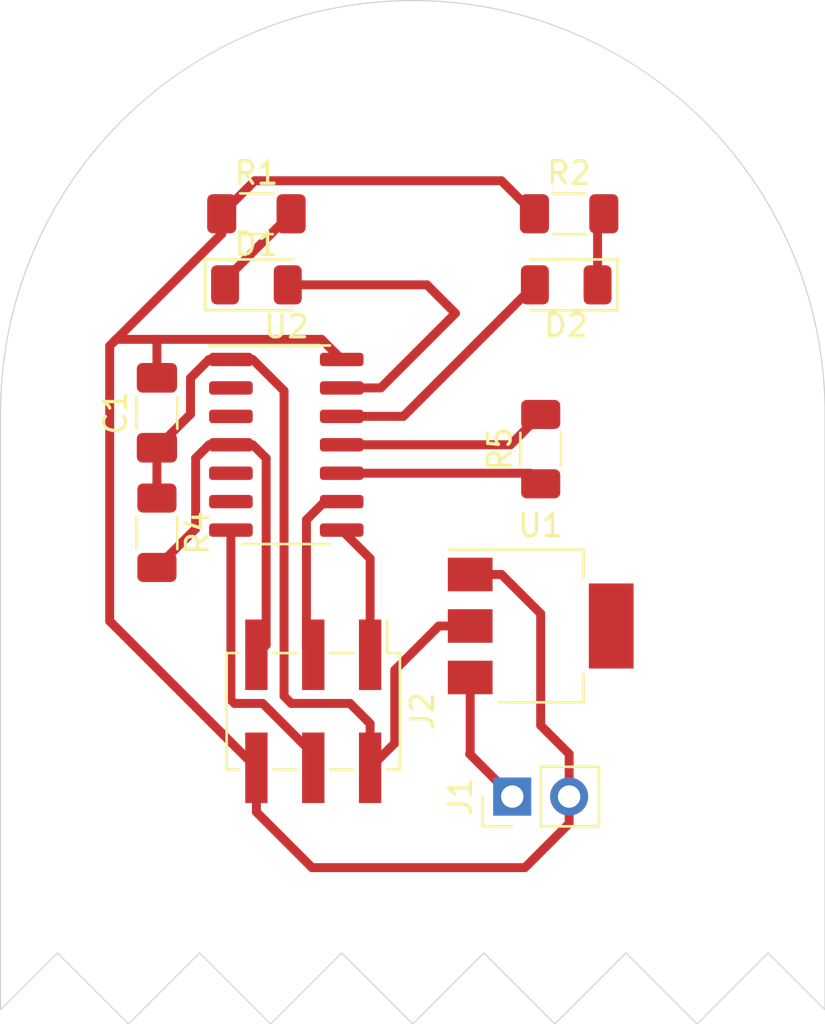
<source format=kicad_pcb>
(kicad_pcb (version 20171130) (host pcbnew "(5.1.10-1-10_14)")

  (general
    (thickness 1.6)
    (drawings 15)
    (tracks 80)
    (zones 0)
    (modules 11)
    (nets 19)
  )

  (page A4)
  (layers
    (0 F.Cu signal)
    (31 B.Cu signal)
    (32 B.Adhes user)
    (33 F.Adhes user)
    (34 B.Paste user)
    (35 F.Paste user)
    (36 B.SilkS user)
    (37 F.SilkS user)
    (38 B.Mask user)
    (39 F.Mask user)
    (40 Dwgs.User user)
    (41 Cmts.User user)
    (42 Eco1.User user)
    (43 Eco2.User user)
    (44 Edge.Cuts user)
    (45 Margin user)
    (46 B.CrtYd user)
    (47 F.CrtYd user)
    (48 B.Fab user)
    (49 F.Fab user)
  )

  (setup
    (last_trace_width 0.4)
    (trace_clearance 0.4)
    (zone_clearance 0.508)
    (zone_45_only no)
    (trace_min 0.2)
    (via_size 1.2)
    (via_drill 0.8)
    (via_min_size 0.4)
    (via_min_drill 0.3)
    (uvia_size 0.3)
    (uvia_drill 0.1)
    (uvias_allowed no)
    (uvia_min_size 0.2)
    (uvia_min_drill 0.1)
    (edge_width 0.05)
    (segment_width 0.2)
    (pcb_text_width 0.3)
    (pcb_text_size 1.5 1.5)
    (mod_edge_width 0.12)
    (mod_text_size 1 1)
    (mod_text_width 0.15)
    (pad_size 0.01 0.01)
    (pad_drill 0)
    (pad_to_mask_clearance 0)
    (solder_mask_min_width 0.25)
    (aux_axis_origin 0 0)
    (visible_elements 7FFFFFFF)
    (pcbplotparams
      (layerselection 0x01000_7fffffff)
      (usegerberextensions false)
      (usegerberattributes true)
      (usegerberadvancedattributes true)
      (creategerberjobfile true)
      (excludeedgelayer true)
      (linewidth 0.100000)
      (plotframeref false)
      (viasonmask false)
      (mode 1)
      (useauxorigin false)
      (hpglpennumber 1)
      (hpglpenspeed 20)
      (hpglpendiameter 15.000000)
      (psnegative false)
      (psa4output false)
      (plotreference true)
      (plotvalue true)
      (plotinvisibletext false)
      (padsonsilk false)
      (subtractmaskfromsilk false)
      (outputformat 1)
      (mirror false)
      (drillshape 0)
      (scaleselection 1)
      (outputdirectory ""))
  )

  (net 0 "")
  (net 1 GND)
  (net 2 +9V)
  (net 3 /MISO)
  (net 4 VCC)
  (net 5 /SCK)
  (net 6 /MOSI)
  (net 7 /RESET)
  (net 8 "Net-(U2-Pad2)")
  (net 9 "Net-(U2-Pad3)")
  (net 10 "Net-(U2-Pad5)")
  (net 11 "Net-(D1-Pad1)")
  (net 12 "Net-(D1-Pad2)")
  (net 13 "Net-(D2-Pad2)")
  (net 14 "Net-(D2-Pad1)")
  (net 15 /Touch)
  (net 16 "Net-(U1-Pad4)")
  (net 17 /Send)
  (net 18 "Net-(U2-Pad6)")

  (net_class Default "This is the default net class."
    (clearance 0.4)
    (trace_width 0.4)
    (via_dia 1.2)
    (via_drill 0.8)
    (uvia_dia 0.3)
    (uvia_drill 0.1)
    (add_net +9V)
    (add_net /MISO)
    (add_net /MOSI)
    (add_net /RESET)
    (add_net /SCK)
    (add_net /Send)
    (add_net /Touch)
    (add_net GND)
    (add_net "Net-(D1-Pad1)")
    (add_net "Net-(D1-Pad2)")
    (add_net "Net-(D2-Pad1)")
    (add_net "Net-(D2-Pad2)")
    (add_net "Net-(U1-Pad4)")
    (add_net "Net-(U2-Pad2)")
    (add_net "Net-(U2-Pad3)")
    (add_net "Net-(U2-Pad5)")
    (add_net "Net-(U2-Pad6)")
    (add_net VCC)
  )

  (module Connector_PinHeader_2.54mm:PinHeader_2x03_P2.54mm_Vertical_SMD (layer F.Cu) (tedit 59FED5CC) (tstamp 618B14AE)
    (at 173.99 128.27 270)
    (descr "surface-mounted straight pin header, 2x03, 2.54mm pitch, double rows")
    (tags "Surface mounted pin header SMD 2x03 2.54mm double row")
    (path /61812338)
    (attr smd)
    (fp_text reference J2 (at 0 -4.87 90) (layer F.SilkS)
      (effects (font (size 1 1) (thickness 0.15)))
    )
    (fp_text value AVR-ISP-6 (at 0 4.87 90) (layer F.Fab)
      (effects (font (size 1 1) (thickness 0.15)))
    )
    (fp_line (start 5.9 -4.35) (end -5.9 -4.35) (layer F.CrtYd) (width 0.05))
    (fp_line (start 5.9 4.35) (end 5.9 -4.35) (layer F.CrtYd) (width 0.05))
    (fp_line (start -5.9 4.35) (end 5.9 4.35) (layer F.CrtYd) (width 0.05))
    (fp_line (start -5.9 -4.35) (end -5.9 4.35) (layer F.CrtYd) (width 0.05))
    (fp_line (start 2.6 0.76) (end 2.6 1.78) (layer F.SilkS) (width 0.12))
    (fp_line (start -2.6 0.76) (end -2.6 1.78) (layer F.SilkS) (width 0.12))
    (fp_line (start 2.6 -1.78) (end 2.6 -0.76) (layer F.SilkS) (width 0.12))
    (fp_line (start -2.6 -1.78) (end -2.6 -0.76) (layer F.SilkS) (width 0.12))
    (fp_line (start 2.6 3.3) (end 2.6 3.87) (layer F.SilkS) (width 0.12))
    (fp_line (start -2.6 3.3) (end -2.6 3.87) (layer F.SilkS) (width 0.12))
    (fp_line (start 2.6 -3.87) (end 2.6 -3.3) (layer F.SilkS) (width 0.12))
    (fp_line (start -2.6 -3.87) (end -2.6 -3.3) (layer F.SilkS) (width 0.12))
    (fp_line (start -4.04 -3.3) (end -2.6 -3.3) (layer F.SilkS) (width 0.12))
    (fp_line (start -2.6 3.87) (end 2.6 3.87) (layer F.SilkS) (width 0.12))
    (fp_line (start -2.6 -3.87) (end 2.6 -3.87) (layer F.SilkS) (width 0.12))
    (fp_line (start 3.6 2.86) (end 2.54 2.86) (layer F.Fab) (width 0.1))
    (fp_line (start 3.6 2.22) (end 3.6 2.86) (layer F.Fab) (width 0.1))
    (fp_line (start 2.54 2.22) (end 3.6 2.22) (layer F.Fab) (width 0.1))
    (fp_line (start -3.6 2.86) (end -2.54 2.86) (layer F.Fab) (width 0.1))
    (fp_line (start -3.6 2.22) (end -3.6 2.86) (layer F.Fab) (width 0.1))
    (fp_line (start -2.54 2.22) (end -3.6 2.22) (layer F.Fab) (width 0.1))
    (fp_line (start 3.6 0.32) (end 2.54 0.32) (layer F.Fab) (width 0.1))
    (fp_line (start 3.6 -0.32) (end 3.6 0.32) (layer F.Fab) (width 0.1))
    (fp_line (start 2.54 -0.32) (end 3.6 -0.32) (layer F.Fab) (width 0.1))
    (fp_line (start -3.6 0.32) (end -2.54 0.32) (layer F.Fab) (width 0.1))
    (fp_line (start -3.6 -0.32) (end -3.6 0.32) (layer F.Fab) (width 0.1))
    (fp_line (start -2.54 -0.32) (end -3.6 -0.32) (layer F.Fab) (width 0.1))
    (fp_line (start 3.6 -2.22) (end 2.54 -2.22) (layer F.Fab) (width 0.1))
    (fp_line (start 3.6 -2.86) (end 3.6 -2.22) (layer F.Fab) (width 0.1))
    (fp_line (start 2.54 -2.86) (end 3.6 -2.86) (layer F.Fab) (width 0.1))
    (fp_line (start -3.6 -2.22) (end -2.54 -2.22) (layer F.Fab) (width 0.1))
    (fp_line (start -3.6 -2.86) (end -3.6 -2.22) (layer F.Fab) (width 0.1))
    (fp_line (start -2.54 -2.86) (end -3.6 -2.86) (layer F.Fab) (width 0.1))
    (fp_line (start 2.54 -3.81) (end 2.54 3.81) (layer F.Fab) (width 0.1))
    (fp_line (start -2.54 -2.86) (end -1.59 -3.81) (layer F.Fab) (width 0.1))
    (fp_line (start -2.54 3.81) (end -2.54 -2.86) (layer F.Fab) (width 0.1))
    (fp_line (start -1.59 -3.81) (end 2.54 -3.81) (layer F.Fab) (width 0.1))
    (fp_line (start 2.54 3.81) (end -2.54 3.81) (layer F.Fab) (width 0.1))
    (fp_text user %R (at 0 0) (layer F.Fab)
      (effects (font (size 1 1) (thickness 0.15)))
    )
    (pad 1 smd rect (at -2.525 -2.54 270) (size 3.15 1) (layers F.Cu F.Paste F.Mask)
      (net 3 /MISO))
    (pad 2 smd rect (at 2.525 -2.54 270) (size 3.15 1) (layers F.Cu F.Paste F.Mask)
      (net 4 VCC))
    (pad 3 smd rect (at -2.525 0 270) (size 3.15 1) (layers F.Cu F.Paste F.Mask)
      (net 5 /SCK))
    (pad 4 smd rect (at 2.525 0 270) (size 3.15 1) (layers F.Cu F.Paste F.Mask)
      (net 6 /MOSI))
    (pad 5 smd rect (at -2.525 2.54 270) (size 3.15 1) (layers F.Cu F.Paste F.Mask)
      (net 7 /RESET))
    (pad 6 smd rect (at 2.525 2.54 270) (size 3.15 1) (layers F.Cu F.Paste F.Mask)
      (net 1 GND))
    (model ${KISYS3DMOD}/Connector_PinHeader_2.54mm.3dshapes/PinHeader_2x03_P2.54mm_Vertical_SMD.wrl
      (at (xyz 0 0 0))
      (scale (xyz 1 1 1))
      (rotate (xyz 0 0 0))
    )
  )

  (module Capacitor_SMD:C_1206_3216Metric_Pad1.33x1.80mm_HandSolder (layer F.Cu) (tedit 5F68FEEF) (tstamp 618B1441)
    (at 167.005 114.935 90)
    (descr "Capacitor SMD 1206 (3216 Metric), square (rectangular) end terminal, IPC_7351 nominal with elongated pad for handsoldering. (Body size source: IPC-SM-782 page 76, https://www.pcb-3d.com/wordpress/wp-content/uploads/ipc-sm-782a_amendment_1_and_2.pdf), generated with kicad-footprint-generator")
    (tags "capacitor handsolder")
    (path /618C6C0C)
    (attr smd)
    (fp_text reference C1 (at 0 -1.85 90) (layer F.SilkS)
      (effects (font (size 1 1) (thickness 0.15)))
    )
    (fp_text value "4.7 uF" (at 0 1.85 90) (layer F.Fab)
      (effects (font (size 1 1) (thickness 0.15)))
    )
    (fp_line (start 2.48 1.15) (end -2.48 1.15) (layer F.CrtYd) (width 0.05))
    (fp_line (start 2.48 -1.15) (end 2.48 1.15) (layer F.CrtYd) (width 0.05))
    (fp_line (start -2.48 -1.15) (end 2.48 -1.15) (layer F.CrtYd) (width 0.05))
    (fp_line (start -2.48 1.15) (end -2.48 -1.15) (layer F.CrtYd) (width 0.05))
    (fp_line (start -0.711252 0.91) (end 0.711252 0.91) (layer F.SilkS) (width 0.12))
    (fp_line (start -0.711252 -0.91) (end 0.711252 -0.91) (layer F.SilkS) (width 0.12))
    (fp_line (start 1.6 0.8) (end -1.6 0.8) (layer F.Fab) (width 0.1))
    (fp_line (start 1.6 -0.8) (end 1.6 0.8) (layer F.Fab) (width 0.1))
    (fp_line (start -1.6 -0.8) (end 1.6 -0.8) (layer F.Fab) (width 0.1))
    (fp_line (start -1.6 0.8) (end -1.6 -0.8) (layer F.Fab) (width 0.1))
    (fp_text user %R (at 0 0 90) (layer F.Fab)
      (effects (font (size 0.8 0.8) (thickness 0.12)))
    )
    (pad 1 smd roundrect (at -1.5625 0 90) (size 1.325 1.8) (layers F.Cu F.Paste F.Mask) (roundrect_rratio 0.188679)
      (net 4 VCC))
    (pad 2 smd roundrect (at 1.5625 0 90) (size 1.325 1.8) (layers F.Cu F.Paste F.Mask) (roundrect_rratio 0.188679)
      (net 1 GND))
    (model ${KISYS3DMOD}/Capacitor_SMD.3dshapes/C_1206_3216Metric.wrl
      (at (xyz 0 0 0))
      (scale (xyz 1 1 1))
      (rotate (xyz 0 0 0))
    )
  )

  (module LED_SMD:LED_1206_3216Metric (layer F.Cu) (tedit 5F68FEF1) (tstamp 618B1454)
    (at 171.45 109.22)
    (descr "LED SMD 1206 (3216 Metric), square (rectangular) end terminal, IPC_7351 nominal, (Body size source: http://www.tortai-tech.com/upload/download/2011102023233369053.pdf), generated with kicad-footprint-generator")
    (tags LED)
    (path /618D4F48)
    (attr smd)
    (fp_text reference D1 (at 0 -1.82) (layer F.SilkS)
      (effects (font (size 1 1) (thickness 0.15)))
    )
    (fp_text value LED (at 0 1.82) (layer F.Fab)
      (effects (font (size 1 1) (thickness 0.15)))
    )
    (fp_line (start 1.6 -0.8) (end -1.2 -0.8) (layer F.Fab) (width 0.1))
    (fp_line (start -1.2 -0.8) (end -1.6 -0.4) (layer F.Fab) (width 0.1))
    (fp_line (start -1.6 -0.4) (end -1.6 0.8) (layer F.Fab) (width 0.1))
    (fp_line (start -1.6 0.8) (end 1.6 0.8) (layer F.Fab) (width 0.1))
    (fp_line (start 1.6 0.8) (end 1.6 -0.8) (layer F.Fab) (width 0.1))
    (fp_line (start 1.6 -1.135) (end -2.285 -1.135) (layer F.SilkS) (width 0.12))
    (fp_line (start -2.285 -1.135) (end -2.285 1.135) (layer F.SilkS) (width 0.12))
    (fp_line (start -2.285 1.135) (end 1.6 1.135) (layer F.SilkS) (width 0.12))
    (fp_line (start -2.28 1.12) (end -2.28 -1.12) (layer F.CrtYd) (width 0.05))
    (fp_line (start -2.28 -1.12) (end 2.28 -1.12) (layer F.CrtYd) (width 0.05))
    (fp_line (start 2.28 -1.12) (end 2.28 1.12) (layer F.CrtYd) (width 0.05))
    (fp_line (start 2.28 1.12) (end -2.28 1.12) (layer F.CrtYd) (width 0.05))
    (fp_text user %R (at 0 0) (layer F.Fab)
      (effects (font (size 0.8 0.8) (thickness 0.12)))
    )
    (pad 2 smd roundrect (at 1.4 0) (size 1.25 1.75) (layers F.Cu F.Paste F.Mask) (roundrect_rratio 0.2)
      (net 12 "Net-(D1-Pad2)"))
    (pad 1 smd roundrect (at -1.4 0) (size 1.25 1.75) (layers F.Cu F.Paste F.Mask) (roundrect_rratio 0.2)
      (net 11 "Net-(D1-Pad1)"))
    (model ${KISYS3DMOD}/LED_SMD.3dshapes/LED_1206_3216Metric.wrl
      (at (xyz 0 0 0))
      (scale (xyz 1 1 1))
      (rotate (xyz 0 0 0))
    )
  )

  (module LED_SMD:LED_1206_3216Metric (layer F.Cu) (tedit 5F68FEF1) (tstamp 618B1467)
    (at 185.29 109.22 180)
    (descr "LED SMD 1206 (3216 Metric), square (rectangular) end terminal, IPC_7351 nominal, (Body size source: http://www.tortai-tech.com/upload/download/2011102023233369053.pdf), generated with kicad-footprint-generator")
    (tags LED)
    (path /61816D9D)
    (attr smd)
    (fp_text reference D2 (at 0 -1.82) (layer F.SilkS)
      (effects (font (size 1 1) (thickness 0.15)))
    )
    (fp_text value LED (at 0 1.82) (layer F.Fab)
      (effects (font (size 1 1) (thickness 0.15)))
    )
    (fp_line (start 2.28 1.12) (end -2.28 1.12) (layer F.CrtYd) (width 0.05))
    (fp_line (start 2.28 -1.12) (end 2.28 1.12) (layer F.CrtYd) (width 0.05))
    (fp_line (start -2.28 -1.12) (end 2.28 -1.12) (layer F.CrtYd) (width 0.05))
    (fp_line (start -2.28 1.12) (end -2.28 -1.12) (layer F.CrtYd) (width 0.05))
    (fp_line (start -2.285 1.135) (end 1.6 1.135) (layer F.SilkS) (width 0.12))
    (fp_line (start -2.285 -1.135) (end -2.285 1.135) (layer F.SilkS) (width 0.12))
    (fp_line (start 1.6 -1.135) (end -2.285 -1.135) (layer F.SilkS) (width 0.12))
    (fp_line (start 1.6 0.8) (end 1.6 -0.8) (layer F.Fab) (width 0.1))
    (fp_line (start -1.6 0.8) (end 1.6 0.8) (layer F.Fab) (width 0.1))
    (fp_line (start -1.6 -0.4) (end -1.6 0.8) (layer F.Fab) (width 0.1))
    (fp_line (start -1.2 -0.8) (end -1.6 -0.4) (layer F.Fab) (width 0.1))
    (fp_line (start 1.6 -0.8) (end -1.2 -0.8) (layer F.Fab) (width 0.1))
    (fp_text user %R (at 0 0 180) (layer F.Fab)
      (effects (font (size 0.8 0.8) (thickness 0.12)))
    )
    (pad 1 smd roundrect (at -1.4 0 180) (size 1.25 1.75) (layers F.Cu F.Paste F.Mask) (roundrect_rratio 0.2)
      (net 14 "Net-(D2-Pad1)"))
    (pad 2 smd roundrect (at 1.4 0 180) (size 1.25 1.75) (layers F.Cu F.Paste F.Mask) (roundrect_rratio 0.2)
      (net 13 "Net-(D2-Pad2)"))
    (model ${KISYS3DMOD}/LED_SMD.3dshapes/LED_1206_3216Metric.wrl
      (at (xyz 0 0 0))
      (scale (xyz 1 1 1))
      (rotate (xyz 0 0 0))
    )
  )

  (module Resistor_SMD:R_1206_3216Metric_Pad1.30x1.75mm_HandSolder (layer F.Cu) (tedit 5F68FEEE) (tstamp 618B14BF)
    (at 171.45 106.045)
    (descr "Resistor SMD 1206 (3216 Metric), square (rectangular) end terminal, IPC_7351 nominal with elongated pad for handsoldering. (Body size source: IPC-SM-782 page 72, https://www.pcb-3d.com/wordpress/wp-content/uploads/ipc-sm-782a_amendment_1_and_2.pdf), generated with kicad-footprint-generator")
    (tags "resistor handsolder")
    (path /618D5D17)
    (attr smd)
    (fp_text reference R1 (at 0 -1.82) (layer F.SilkS)
      (effects (font (size 1 1) (thickness 0.15)))
    )
    (fp_text value 1k (at 0 1.82) (layer F.Fab)
      (effects (font (size 1 1) (thickness 0.15)))
    )
    (fp_line (start -1.6 0.8) (end -1.6 -0.8) (layer F.Fab) (width 0.1))
    (fp_line (start -1.6 -0.8) (end 1.6 -0.8) (layer F.Fab) (width 0.1))
    (fp_line (start 1.6 -0.8) (end 1.6 0.8) (layer F.Fab) (width 0.1))
    (fp_line (start 1.6 0.8) (end -1.6 0.8) (layer F.Fab) (width 0.1))
    (fp_line (start -0.727064 -0.91) (end 0.727064 -0.91) (layer F.SilkS) (width 0.12))
    (fp_line (start -0.727064 0.91) (end 0.727064 0.91) (layer F.SilkS) (width 0.12))
    (fp_line (start -2.45 1.12) (end -2.45 -1.12) (layer F.CrtYd) (width 0.05))
    (fp_line (start -2.45 -1.12) (end 2.45 -1.12) (layer F.CrtYd) (width 0.05))
    (fp_line (start 2.45 -1.12) (end 2.45 1.12) (layer F.CrtYd) (width 0.05))
    (fp_line (start 2.45 1.12) (end -2.45 1.12) (layer F.CrtYd) (width 0.05))
    (fp_text user %R (at 0 0) (layer F.Fab)
      (effects (font (size 0.8 0.8) (thickness 0.12)))
    )
    (pad 2 smd roundrect (at 1.55 0) (size 1.3 1.75) (layers F.Cu F.Paste F.Mask) (roundrect_rratio 0.192308)
      (net 11 "Net-(D1-Pad1)"))
    (pad 1 smd roundrect (at -1.55 0) (size 1.3 1.75) (layers F.Cu F.Paste F.Mask) (roundrect_rratio 0.192308)
      (net 1 GND))
    (model ${KISYS3DMOD}/Resistor_SMD.3dshapes/R_1206_3216Metric.wrl
      (at (xyz 0 0 0))
      (scale (xyz 1 1 1))
      (rotate (xyz 0 0 0))
    )
  )

  (module Resistor_SMD:R_1206_3216Metric_Pad1.30x1.75mm_HandSolder (layer F.Cu) (tedit 5F68FEEE) (tstamp 618B14D0)
    (at 185.42 106.045)
    (descr "Resistor SMD 1206 (3216 Metric), square (rectangular) end terminal, IPC_7351 nominal with elongated pad for handsoldering. (Body size source: IPC-SM-782 page 72, https://www.pcb-3d.com/wordpress/wp-content/uploads/ipc-sm-782a_amendment_1_and_2.pdf), generated with kicad-footprint-generator")
    (tags "resistor handsolder")
    (path /6181FB39)
    (attr smd)
    (fp_text reference R2 (at 0 -1.82) (layer F.SilkS)
      (effects (font (size 1 1) (thickness 0.15)))
    )
    (fp_text value 1k (at 0 1.82) (layer F.Fab)
      (effects (font (size 1 1) (thickness 0.15)))
    )
    (fp_line (start 2.45 1.12) (end -2.45 1.12) (layer F.CrtYd) (width 0.05))
    (fp_line (start 2.45 -1.12) (end 2.45 1.12) (layer F.CrtYd) (width 0.05))
    (fp_line (start -2.45 -1.12) (end 2.45 -1.12) (layer F.CrtYd) (width 0.05))
    (fp_line (start -2.45 1.12) (end -2.45 -1.12) (layer F.CrtYd) (width 0.05))
    (fp_line (start -0.727064 0.91) (end 0.727064 0.91) (layer F.SilkS) (width 0.12))
    (fp_line (start -0.727064 -0.91) (end 0.727064 -0.91) (layer F.SilkS) (width 0.12))
    (fp_line (start 1.6 0.8) (end -1.6 0.8) (layer F.Fab) (width 0.1))
    (fp_line (start 1.6 -0.8) (end 1.6 0.8) (layer F.Fab) (width 0.1))
    (fp_line (start -1.6 -0.8) (end 1.6 -0.8) (layer F.Fab) (width 0.1))
    (fp_line (start -1.6 0.8) (end -1.6 -0.8) (layer F.Fab) (width 0.1))
    (fp_text user %R (at 0 0) (layer F.Fab)
      (effects (font (size 0.8 0.8) (thickness 0.12)))
    )
    (pad 1 smd roundrect (at -1.55 0) (size 1.3 1.75) (layers F.Cu F.Paste F.Mask) (roundrect_rratio 0.192308)
      (net 1 GND))
    (pad 2 smd roundrect (at 1.55 0) (size 1.3 1.75) (layers F.Cu F.Paste F.Mask) (roundrect_rratio 0.192308)
      (net 14 "Net-(D2-Pad1)"))
    (model ${KISYS3DMOD}/Resistor_SMD.3dshapes/R_1206_3216Metric.wrl
      (at (xyz 0 0 0))
      (scale (xyz 1 1 1))
      (rotate (xyz 0 0 0))
    )
  )

  (module Resistor_SMD:R_1206_3216Metric_Pad1.30x1.75mm_HandSolder (layer F.Cu) (tedit 5F68FEEE) (tstamp 618B14E1)
    (at 167.005 120.295 270)
    (descr "Resistor SMD 1206 (3216 Metric), square (rectangular) end terminal, IPC_7351 nominal with elongated pad for handsoldering. (Body size source: IPC-SM-782 page 72, https://www.pcb-3d.com/wordpress/wp-content/uploads/ipc-sm-782a_amendment_1_and_2.pdf), generated with kicad-footprint-generator")
    (tags "resistor handsolder")
    (path /61814E9E)
    (attr smd)
    (fp_text reference R4 (at 0 -1.82 90) (layer F.SilkS)
      (effects (font (size 1 1) (thickness 0.15)))
    )
    (fp_text value 10k (at 0 1.82 90) (layer F.Fab)
      (effects (font (size 1 1) (thickness 0.15)))
    )
    (fp_line (start 2.45 1.12) (end -2.45 1.12) (layer F.CrtYd) (width 0.05))
    (fp_line (start 2.45 -1.12) (end 2.45 1.12) (layer F.CrtYd) (width 0.05))
    (fp_line (start -2.45 -1.12) (end 2.45 -1.12) (layer F.CrtYd) (width 0.05))
    (fp_line (start -2.45 1.12) (end -2.45 -1.12) (layer F.CrtYd) (width 0.05))
    (fp_line (start -0.727064 0.91) (end 0.727064 0.91) (layer F.SilkS) (width 0.12))
    (fp_line (start -0.727064 -0.91) (end 0.727064 -0.91) (layer F.SilkS) (width 0.12))
    (fp_line (start 1.6 0.8) (end -1.6 0.8) (layer F.Fab) (width 0.1))
    (fp_line (start 1.6 -0.8) (end 1.6 0.8) (layer F.Fab) (width 0.1))
    (fp_line (start -1.6 -0.8) (end 1.6 -0.8) (layer F.Fab) (width 0.1))
    (fp_line (start -1.6 0.8) (end -1.6 -0.8) (layer F.Fab) (width 0.1))
    (fp_text user %R (at 0 0 90) (layer F.Fab)
      (effects (font (size 0.8 0.8) (thickness 0.12)))
    )
    (pad 1 smd roundrect (at -1.55 0 270) (size 1.3 1.75) (layers F.Cu F.Paste F.Mask) (roundrect_rratio 0.192308)
      (net 4 VCC))
    (pad 2 smd roundrect (at 1.55 0 270) (size 1.3 1.75) (layers F.Cu F.Paste F.Mask) (roundrect_rratio 0.192308)
      (net 7 /RESET))
    (model ${KISYS3DMOD}/Resistor_SMD.3dshapes/R_1206_3216Metric.wrl
      (at (xyz 0 0 0))
      (scale (xyz 1 1 1))
      (rotate (xyz 0 0 0))
    )
  )

  (module Resistor_SMD:R_1206_3216Metric_Pad1.30x1.75mm_HandSolder (layer F.Cu) (tedit 5F68FEEE) (tstamp 618B14F2)
    (at 184.15 116.56 90)
    (descr "Resistor SMD 1206 (3216 Metric), square (rectangular) end terminal, IPC_7351 nominal with elongated pad for handsoldering. (Body size source: IPC-SM-782 page 72, https://www.pcb-3d.com/wordpress/wp-content/uploads/ipc-sm-782a_amendment_1_and_2.pdf), generated with kicad-footprint-generator")
    (tags "resistor handsolder")
    (path /618ED6EF)
    (attr smd)
    (fp_text reference R5 (at 0 -1.82 90) (layer F.SilkS)
      (effects (font (size 1 1) (thickness 0.15)))
    )
    (fp_text value 1M (at 0 1.82 90) (layer F.Fab)
      (effects (font (size 1 1) (thickness 0.15)))
    )
    (fp_line (start -1.6 0.8) (end -1.6 -0.8) (layer F.Fab) (width 0.1))
    (fp_line (start -1.6 -0.8) (end 1.6 -0.8) (layer F.Fab) (width 0.1))
    (fp_line (start 1.6 -0.8) (end 1.6 0.8) (layer F.Fab) (width 0.1))
    (fp_line (start 1.6 0.8) (end -1.6 0.8) (layer F.Fab) (width 0.1))
    (fp_line (start -0.727064 -0.91) (end 0.727064 -0.91) (layer F.SilkS) (width 0.12))
    (fp_line (start -0.727064 0.91) (end 0.727064 0.91) (layer F.SilkS) (width 0.12))
    (fp_line (start -2.45 1.12) (end -2.45 -1.12) (layer F.CrtYd) (width 0.05))
    (fp_line (start -2.45 -1.12) (end 2.45 -1.12) (layer F.CrtYd) (width 0.05))
    (fp_line (start 2.45 -1.12) (end 2.45 1.12) (layer F.CrtYd) (width 0.05))
    (fp_line (start 2.45 1.12) (end -2.45 1.12) (layer F.CrtYd) (width 0.05))
    (fp_text user %R (at 0 0 90) (layer F.Fab)
      (effects (font (size 0.8 0.8) (thickness 0.12)))
    )
    (pad 2 smd roundrect (at 1.55 0 90) (size 1.3 1.75) (layers F.Cu F.Paste F.Mask) (roundrect_rratio 0.192308)
      (net 15 /Touch))
    (pad 1 smd roundrect (at -1.55 0 90) (size 1.3 1.75) (layers F.Cu F.Paste F.Mask) (roundrect_rratio 0.192308)
      (net 17 /Send))
    (model ${KISYS3DMOD}/Resistor_SMD.3dshapes/R_1206_3216Metric.wrl
      (at (xyz 0 0 0))
      (scale (xyz 1 1 1))
      (rotate (xyz 0 0 0))
    )
  )

  (module Package_TO_SOT_SMD:SOT-223 (layer F.Cu) (tedit 5A02FF57) (tstamp 618B1508)
    (at 184.15 124.46)
    (descr "module CMS SOT223 4 pins")
    (tags "CMS SOT")
    (path /618137DB)
    (attr smd)
    (fp_text reference U1 (at 0 -4.5) (layer F.SilkS)
      (effects (font (size 1 1) (thickness 0.15)))
    )
    (fp_text value ZLDO1117 (at 0 4.5) (layer F.Fab)
      (effects (font (size 1 1) (thickness 0.15)))
    )
    (fp_line (start 1.85 -3.35) (end 1.85 3.35) (layer F.Fab) (width 0.1))
    (fp_line (start -1.85 3.35) (end 1.85 3.35) (layer F.Fab) (width 0.1))
    (fp_line (start -4.1 -3.41) (end 1.91 -3.41) (layer F.SilkS) (width 0.12))
    (fp_line (start -0.8 -3.35) (end 1.85 -3.35) (layer F.Fab) (width 0.1))
    (fp_line (start -1.85 3.41) (end 1.91 3.41) (layer F.SilkS) (width 0.12))
    (fp_line (start -1.85 -2.3) (end -1.85 3.35) (layer F.Fab) (width 0.1))
    (fp_line (start -4.4 -3.6) (end -4.4 3.6) (layer F.CrtYd) (width 0.05))
    (fp_line (start -4.4 3.6) (end 4.4 3.6) (layer F.CrtYd) (width 0.05))
    (fp_line (start 4.4 3.6) (end 4.4 -3.6) (layer F.CrtYd) (width 0.05))
    (fp_line (start 4.4 -3.6) (end -4.4 -3.6) (layer F.CrtYd) (width 0.05))
    (fp_line (start 1.91 -3.41) (end 1.91 -2.15) (layer F.SilkS) (width 0.12))
    (fp_line (start 1.91 3.41) (end 1.91 2.15) (layer F.SilkS) (width 0.12))
    (fp_line (start -1.85 -2.3) (end -0.8 -3.35) (layer F.Fab) (width 0.1))
    (fp_text user %R (at 0 0 90) (layer F.Fab)
      (effects (font (size 0.8 0.8) (thickness 0.12)))
    )
    (pad 4 smd rect (at 3.15 0) (size 2 3.8) (layers F.Cu F.Paste F.Mask)
      (net 16 "Net-(U1-Pad4)"))
    (pad 2 smd rect (at -3.15 0) (size 2 1.5) (layers F.Cu F.Paste F.Mask)
      (net 4 VCC))
    (pad 3 smd rect (at -3.15 2.3) (size 2 1.5) (layers F.Cu F.Paste F.Mask)
      (net 2 +9V))
    (pad 1 smd rect (at -3.15 -2.3) (size 2 1.5) (layers F.Cu F.Paste F.Mask)
      (net 1 GND))
    (model ${KISYS3DMOD}/Package_TO_SOT_SMD.3dshapes/SOT-223.wrl
      (at (xyz 0 0 0))
      (scale (xyz 1 1 1))
      (rotate (xyz 0 0 0))
    )
  )

  (module Package_SO:SOIC-14_3.9x8.7mm_P1.27mm (layer F.Cu) (tedit 5D9F72B1) (tstamp 618B1528)
    (at 172.785001 116.365001)
    (descr "SOIC, 14 Pin (JEDEC MS-012AB, https://www.analog.com/media/en/package-pcb-resources/package/pkg_pdf/soic_narrow-r/r_14.pdf), generated with kicad-footprint-generator ipc_gullwing_generator.py")
    (tags "SOIC SO")
    (path /6181189F)
    (attr smd)
    (fp_text reference U2 (at 0 -5.28) (layer F.SilkS)
      (effects (font (size 1 1) (thickness 0.15)))
    )
    (fp_text value ATtiny44A-SSU (at 0 5.28) (layer F.Fab)
      (effects (font (size 1 1) (thickness 0.15)))
    )
    (fp_line (start 3.7 -4.58) (end -3.7 -4.58) (layer F.CrtYd) (width 0.05))
    (fp_line (start 3.7 4.58) (end 3.7 -4.58) (layer F.CrtYd) (width 0.05))
    (fp_line (start -3.7 4.58) (end 3.7 4.58) (layer F.CrtYd) (width 0.05))
    (fp_line (start -3.7 -4.58) (end -3.7 4.58) (layer F.CrtYd) (width 0.05))
    (fp_line (start -1.95 -3.35) (end -0.975 -4.325) (layer F.Fab) (width 0.1))
    (fp_line (start -1.95 4.325) (end -1.95 -3.35) (layer F.Fab) (width 0.1))
    (fp_line (start 1.95 4.325) (end -1.95 4.325) (layer F.Fab) (width 0.1))
    (fp_line (start 1.95 -4.325) (end 1.95 4.325) (layer F.Fab) (width 0.1))
    (fp_line (start -0.975 -4.325) (end 1.95 -4.325) (layer F.Fab) (width 0.1))
    (fp_line (start 0 -4.435) (end -3.45 -4.435) (layer F.SilkS) (width 0.12))
    (fp_line (start 0 -4.435) (end 1.95 -4.435) (layer F.SilkS) (width 0.12))
    (fp_line (start 0 4.435) (end -1.95 4.435) (layer F.SilkS) (width 0.12))
    (fp_line (start 0 4.435) (end 1.95 4.435) (layer F.SilkS) (width 0.12))
    (fp_text user %R (at 0 0) (layer F.Fab)
      (effects (font (size 0.98 0.98) (thickness 0.15)))
    )
    (pad 1 smd roundrect (at -2.475 -3.81) (size 1.95 0.6) (layers F.Cu F.Paste F.Mask) (roundrect_rratio 0.25)
      (net 4 VCC))
    (pad 2 smd roundrect (at -2.475 -2.54) (size 1.95 0.6) (layers F.Cu F.Paste F.Mask) (roundrect_rratio 0.25)
      (net 8 "Net-(U2-Pad2)"))
    (pad 3 smd roundrect (at -2.475 -1.27) (size 1.95 0.6) (layers F.Cu F.Paste F.Mask) (roundrect_rratio 0.25)
      (net 9 "Net-(U2-Pad3)"))
    (pad 4 smd roundrect (at -2.475 0) (size 1.95 0.6) (layers F.Cu F.Paste F.Mask) (roundrect_rratio 0.25)
      (net 7 /RESET))
    (pad 5 smd roundrect (at -2.475 1.27) (size 1.95 0.6) (layers F.Cu F.Paste F.Mask) (roundrect_rratio 0.25)
      (net 10 "Net-(U2-Pad5)"))
    (pad 6 smd roundrect (at -2.475 2.54) (size 1.95 0.6) (layers F.Cu F.Paste F.Mask) (roundrect_rratio 0.25)
      (net 18 "Net-(U2-Pad6)"))
    (pad 7 smd roundrect (at -2.475 3.81) (size 1.95 0.6) (layers F.Cu F.Paste F.Mask) (roundrect_rratio 0.25)
      (net 6 /MOSI))
    (pad 8 smd roundrect (at 2.475 3.81) (size 1.95 0.6) (layers F.Cu F.Paste F.Mask) (roundrect_rratio 0.25)
      (net 3 /MISO))
    (pad 9 smd roundrect (at 2.475 2.54) (size 1.95 0.6) (layers F.Cu F.Paste F.Mask) (roundrect_rratio 0.25)
      (net 5 /SCK))
    (pad 10 smd roundrect (at 2.475 1.27) (size 1.95 0.6) (layers F.Cu F.Paste F.Mask) (roundrect_rratio 0.25)
      (net 17 /Send))
    (pad 11 smd roundrect (at 2.475 0) (size 1.95 0.6) (layers F.Cu F.Paste F.Mask) (roundrect_rratio 0.25)
      (net 15 /Touch))
    (pad 12 smd roundrect (at 2.475 -1.27) (size 1.95 0.6) (layers F.Cu F.Paste F.Mask) (roundrect_rratio 0.25)
      (net 13 "Net-(D2-Pad2)"))
    (pad 13 smd roundrect (at 2.475 -2.54) (size 1.95 0.6) (layers F.Cu F.Paste F.Mask) (roundrect_rratio 0.25)
      (net 12 "Net-(D1-Pad2)"))
    (pad 14 smd roundrect (at 2.475 -3.81) (size 1.95 0.6) (layers F.Cu F.Paste F.Mask) (roundrect_rratio 0.25)
      (net 1 GND))
    (model ${KISYS3DMOD}/Package_SO.3dshapes/SOIC-14_3.9x8.7mm_P1.27mm.wrl
      (at (xyz 0 0 0))
      (scale (xyz 1 1 1))
      (rotate (xyz 0 0 0))
    )
  )

  (module Connector_PinHeader_2.54mm:PinHeader_1x02_P2.54mm_Vertical (layer F.Cu) (tedit 59FED5CC) (tstamp 618EA528)
    (at 182.88 132.08 90)
    (descr "Through hole straight pin header, 1x02, 2.54mm pitch, single row")
    (tags "Through hole pin header THT 1x02 2.54mm single row")
    (path /61824F8C)
    (fp_text reference J1 (at 0 -2.33 90) (layer F.SilkS)
      (effects (font (size 1 1) (thickness 0.15)))
    )
    (fp_text value Conn_01x02_Male (at 0 4.87 90) (layer F.Fab)
      (effects (font (size 1 1) (thickness 0.15)))
    )
    (fp_line (start 1.8 -1.8) (end -1.8 -1.8) (layer F.CrtYd) (width 0.05))
    (fp_line (start 1.8 4.35) (end 1.8 -1.8) (layer F.CrtYd) (width 0.05))
    (fp_line (start -1.8 4.35) (end 1.8 4.35) (layer F.CrtYd) (width 0.05))
    (fp_line (start -1.8 -1.8) (end -1.8 4.35) (layer F.CrtYd) (width 0.05))
    (fp_line (start -1.33 -1.33) (end 0 -1.33) (layer F.SilkS) (width 0.12))
    (fp_line (start -1.33 0) (end -1.33 -1.33) (layer F.SilkS) (width 0.12))
    (fp_line (start -1.33 1.27) (end 1.33 1.27) (layer F.SilkS) (width 0.12))
    (fp_line (start 1.33 1.27) (end 1.33 3.87) (layer F.SilkS) (width 0.12))
    (fp_line (start -1.33 1.27) (end -1.33 3.87) (layer F.SilkS) (width 0.12))
    (fp_line (start -1.33 3.87) (end 1.33 3.87) (layer F.SilkS) (width 0.12))
    (fp_line (start -1.27 -0.635) (end -0.635 -1.27) (layer F.Fab) (width 0.1))
    (fp_line (start -1.27 3.81) (end -1.27 -0.635) (layer F.Fab) (width 0.1))
    (fp_line (start 1.27 3.81) (end -1.27 3.81) (layer F.Fab) (width 0.1))
    (fp_line (start 1.27 -1.27) (end 1.27 3.81) (layer F.Fab) (width 0.1))
    (fp_line (start -0.635 -1.27) (end 1.27 -1.27) (layer F.Fab) (width 0.1))
    (fp_text user %R (at 0 1.27) (layer F.Fab)
      (effects (font (size 1 1) (thickness 0.15)))
    )
    (pad 1 thru_hole rect (at 0 0 90) (size 1.7 1.7) (drill 1) (layers *.Cu *.Mask)
      (net 2 +9V))
    (pad 2 thru_hole oval (at 0 2.54 90) (size 1.7 1.7) (drill 1) (layers *.Cu *.Mask)
      (net 1 GND))
    (model ${KISYS3DMOD}/Connector_PinHeader_2.54mm.3dshapes/PinHeader_1x02_P2.54mm_Vertical.wrl
      (at (xyz 0 0 0))
      (scale (xyz 1 1 1))
      (rotate (xyz 0 0 0))
    )
  )

  (gr_arc (start 178.435 114.935) (end 196.85 114.935) (angle -180) (layer Edge.Cuts) (width 0.05))
  (gr_line (start 196.85 141.605) (end 196.85 114.935) (layer Edge.Cuts) (width 0.05))
  (gr_line (start 194.31 139.065) (end 196.85 141.605) (layer Edge.Cuts) (width 0.05))
  (gr_line (start 191.135 142.24) (end 194.31 139.065) (layer Edge.Cuts) (width 0.05))
  (gr_line (start 187.96 139.065) (end 191.135 142.24) (layer Edge.Cuts) (width 0.05))
  (gr_line (start 184.785 142.24) (end 187.96 139.065) (layer Edge.Cuts) (width 0.05))
  (gr_line (start 181.61 139.065) (end 184.785 142.24) (layer Edge.Cuts) (width 0.05))
  (gr_line (start 178.435 142.24) (end 181.61 139.065) (layer Edge.Cuts) (width 0.05))
  (gr_line (start 175.26 139.065) (end 178.435 142.24) (layer Edge.Cuts) (width 0.05))
  (gr_line (start 172.085 142.24) (end 175.26 139.065) (layer Edge.Cuts) (width 0.05))
  (gr_line (start 168.91 139.065) (end 172.085 142.24) (layer Edge.Cuts) (width 0.05))
  (gr_line (start 165.735 142.24) (end 168.91 139.065) (layer Edge.Cuts) (width 0.05))
  (gr_line (start 162.56 139.065) (end 165.735 142.24) (layer Edge.Cuts) (width 0.05))
  (gr_line (start 160.02 141.605) (end 162.56 139.065) (layer Edge.Cuts) (width 0.05))
  (gr_line (start 160.02 114.935) (end 160.02 141.605) (layer Edge.Cuts) (width 0.05))

  (segment (start 185.42 132.08) (end 185.42 130.175) (width 0.4) (layer F.Cu) (net 1))
  (segment (start 185.42 130.175) (end 184.15 128.905) (width 0.4) (layer F.Cu) (net 1))
  (segment (start 182.4 122.16) (end 181 122.16) (width 0.4) (layer F.Cu) (net 1))
  (segment (start 184.15 123.91) (end 182.4 122.16) (width 0.4) (layer F.Cu) (net 1))
  (segment (start 184.15 128.905) (end 184.15 123.91) (width 0.4) (layer F.Cu) (net 1))
  (segment (start 171.45 132.77) (end 173.935 135.255) (width 0.4) (layer F.Cu) (net 1))
  (segment (start 171.45 130.795) (end 171.45 132.77) (width 0.4) (layer F.Cu) (net 1))
  (segment (start 185.42 133.282081) (end 185.42 132.08) (width 0.4) (layer F.Cu) (net 1))
  (segment (start 183.447081 135.255) (end 185.42 133.282081) (width 0.4) (layer F.Cu) (net 1))
  (segment (start 173.935 135.255) (end 183.447081 135.255) (width 0.4) (layer F.Cu) (net 1))
  (segment (start 174.359991 111.654991) (end 175.260001 112.555001) (width 0.4) (layer F.Cu) (net 1))
  (segment (start 164.89499 124.23999) (end 164.89499 111.947912) (width 0.4) (layer F.Cu) (net 1))
  (segment (start 171.45 130.795) (end 164.89499 124.23999) (width 0.4) (layer F.Cu) (net 1))
  (segment (start 167.005 113.3725) (end 167.005 111.76) (width 0.4) (layer F.Cu) (net 1))
  (segment (start 167.005 111.76) (end 167.110009 111.654991) (width 0.4) (layer F.Cu) (net 1))
  (segment (start 167.110009 111.654991) (end 174.359991 111.654991) (width 0.4) (layer F.Cu) (net 1))
  (segment (start 165.187911 111.654991) (end 167.110009 111.654991) (width 0.4) (layer F.Cu) (net 1))
  (segment (start 169.9 106.942902) (end 165.091451 111.751451) (width 0.4) (layer F.Cu) (net 1))
  (segment (start 169.9 106.045) (end 169.9 106.942902) (width 0.4) (layer F.Cu) (net 1))
  (segment (start 165.091451 111.751451) (end 165.187911 111.654991) (width 0.4) (layer F.Cu) (net 1))
  (segment (start 164.89499 111.947912) (end 165.091451 111.751451) (width 0.4) (layer F.Cu) (net 1))
  (segment (start 182.39499 104.56999) (end 183.87 106.045) (width 0.4) (layer F.Cu) (net 1))
  (segment (start 171.37501 104.56999) (end 182.39499 104.56999) (width 0.4) (layer F.Cu) (net 1))
  (segment (start 169.9 106.045) (end 171.37501 104.56999) (width 0.4) (layer F.Cu) (net 1))
  (segment (start 182.88 132.08) (end 180.975 130.175) (width 0.4) (layer F.Cu) (net 2))
  (segment (start 181 130.15) (end 181 126.76) (width 0.4) (layer F.Cu) (net 2))
  (segment (start 180.975 130.175) (end 181 130.15) (width 0.4) (layer F.Cu) (net 2))
  (segment (start 176.53 121.445) (end 175.260001 120.175001) (width 0.4) (layer F.Cu) (net 3))
  (segment (start 176.53 125.745) (end 176.53 121.445) (width 0.4) (layer F.Cu) (net 3))
  (segment (start 171.285001 112.555001) (end 170.310001 112.555001) (width 0.4) (layer F.Cu) (net 4))
  (segment (start 173.009999 127.920001) (end 172.884983 127.794985) (width 0.4) (layer F.Cu) (net 4))
  (segment (start 175.630001 127.920001) (end 173.009999 127.920001) (width 0.4) (layer F.Cu) (net 4))
  (segment (start 176.53 128.82) (end 175.630001 127.920001) (width 0.4) (layer F.Cu) (net 4))
  (segment (start 176.53 130.795) (end 176.53 128.82) (width 0.4) (layer F.Cu) (net 4))
  (segment (start 179.6 124.46) (end 181 124.46) (width 0.4) (layer F.Cu) (net 4))
  (segment (start 177.630001 126.429999) (end 179.6 124.46) (width 0.4) (layer F.Cu) (net 4))
  (segment (start 177.630001 129.694999) (end 177.630001 126.429999) (width 0.4) (layer F.Cu) (net 4))
  (segment (start 176.53 130.795) (end 177.630001 129.694999) (width 0.4) (layer F.Cu) (net 4))
  (segment (start 173.009999 127.920001) (end 172.685021 127.595023) (width 0.4) (layer F.Cu) (net 4))
  (segment (start 172.5575 113.8275) (end 171.285001 112.555001) (width 0.4) (layer F.Cu) (net 4))
  (segment (start 172.685021 113.955021) (end 172.5575 113.8275) (width 0.4) (layer F.Cu) (net 4))
  (segment (start 172.685021 127.595023) (end 172.685021 113.955021) (width 0.4) (layer F.Cu) (net 4))
  (segment (start 168.50501 113.384992) (end 168.50501 114.99749) (width 0.4) (layer F.Cu) (net 4))
  (segment (start 168.50501 114.99749) (end 167.005 116.4975) (width 0.4) (layer F.Cu) (net 4))
  (segment (start 169.335001 112.555001) (end 168.50501 113.384992) (width 0.4) (layer F.Cu) (net 4))
  (segment (start 170.310001 112.555001) (end 169.335001 112.555001) (width 0.4) (layer F.Cu) (net 4))
  (segment (start 167.005 118.745) (end 167.005 116.4975) (width 0.4) (layer F.Cu) (net 4))
  (segment (start 174.494325 118.905001) (end 175.260001 118.905001) (width 0.4) (layer F.Cu) (net 5))
  (segment (start 173.684991 119.714335) (end 174.494325 118.905001) (width 0.4) (layer F.Cu) (net 5))
  (segment (start 173.684991 125.439991) (end 173.99 125.745) (width 0.4) (layer F.Cu) (net 5))
  (segment (start 173.684991 119.714335) (end 173.684991 125.439991) (width 0.4) (layer F.Cu) (net 5))
  (segment (start 171.730003 127.920001) (end 170.469999 127.920001) (width 0.4) (layer F.Cu) (net 6))
  (segment (start 173.99 130.179998) (end 171.730003 127.920001) (width 0.4) (layer F.Cu) (net 6))
  (segment (start 173.99 130.795) (end 173.99 130.179998) (width 0.4) (layer F.Cu) (net 6))
  (segment (start 170.310001 127.760003) (end 170.469999 127.920001) (width 0.4) (layer F.Cu) (net 6))
  (segment (start 170.310001 120.175001) (end 170.310001 127.760003) (width 0.4) (layer F.Cu) (net 6))
  (segment (start 171.885011 116.965011) (end 171.285001 116.365001) (width 0.4) (layer F.Cu) (net 7))
  (segment (start 171.285001 116.365001) (end 170.310001 116.365001) (width 0.4) (layer F.Cu) (net 7))
  (segment (start 171.885011 125.309989) (end 171.45 125.745) (width 0.4) (layer F.Cu) (net 7))
  (segment (start 171.885011 116.965011) (end 171.885011 125.309989) (width 0.4) (layer F.Cu) (net 7))
  (segment (start 169.335001 116.365001) (end 170.310001 116.365001) (width 0.4) (layer F.Cu) (net 7))
  (segment (start 168.734991 116.965011) (end 169.335001 116.365001) (width 0.4) (layer F.Cu) (net 7))
  (segment (start 168.734991 120.115009) (end 168.734991 116.965011) (width 0.4) (layer F.Cu) (net 7))
  (segment (start 167.005 121.845) (end 168.734991 120.115009) (width 0.4) (layer F.Cu) (net 7))
  (segment (start 170.05 108.995) (end 173 106.045) (width 0.4) (layer F.Cu) (net 11))
  (segment (start 170.05 109.22) (end 170.05 108.995) (width 0.4) (layer F.Cu) (net 11))
  (segment (start 176.025677 113.825001) (end 175.260001 113.825001) (width 0.4) (layer F.Cu) (net 12))
  (segment (start 177.004999 113.825001) (end 175.260001 113.825001) (width 0.4) (layer F.Cu) (net 12))
  (segment (start 180.34 110.49) (end 177.004999 113.825001) (width 0.4) (layer F.Cu) (net 12))
  (segment (start 179.07 109.22) (end 180.34 110.49) (width 0.4) (layer F.Cu) (net 12))
  (segment (start 172.85 109.22) (end 179.07 109.22) (width 0.4) (layer F.Cu) (net 12))
  (segment (start 178.014999 115.095001) (end 183.89 109.22) (width 0.4) (layer F.Cu) (net 13))
  (segment (start 175.260001 115.095001) (end 178.014999 115.095001) (width 0.4) (layer F.Cu) (net 13))
  (segment (start 186.69 106.325) (end 186.97 106.045) (width 0.4) (layer F.Cu) (net 14))
  (segment (start 186.69 109.22) (end 186.69 106.325) (width 0.4) (layer F.Cu) (net 14))
  (segment (start 176.055001 116.365001) (end 175.260001 116.365001) (width 0.4) (layer F.Cu) (net 15))
  (segment (start 182.794999 116.365001) (end 184.15 115.01) (width 0.4) (layer F.Cu) (net 15))
  (segment (start 175.260001 116.365001) (end 182.794999 116.365001) (width 0.4) (layer F.Cu) (net 15))
  (segment (start 183.675001 117.635001) (end 184.15 118.11) (width 0.4) (layer F.Cu) (net 17))
  (segment (start 175.260001 117.635001) (end 183.675001 117.635001) (width 0.4) (layer F.Cu) (net 17))

)

</source>
